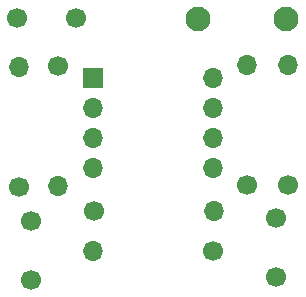
<source format=gbr>
%TF.GenerationSoftware,KiCad,Pcbnew,(5.1.6)-1*%
%TF.CreationDate,2022-09-30T16:18:59-07:00*%
%TF.ProjectId,Single VR Conditioner,53696e67-6c65-4205-9652-20436f6e6469,rev?*%
%TF.SameCoordinates,Original*%
%TF.FileFunction,Soldermask,Bot*%
%TF.FilePolarity,Negative*%
%FSLAX46Y46*%
G04 Gerber Fmt 4.6, Leading zero omitted, Abs format (unit mm)*
G04 Created by KiCad (PCBNEW (5.1.6)-1) date 2022-09-30 16:18:59*
%MOMM*%
%LPD*%
G01*
G04 APERTURE LIST*
%ADD10O,1.700000X1.700000*%
%ADD11R,1.700000X1.700000*%
%ADD12C,1.700000*%
%ADD13C,2.100000*%
G04 APERTURE END LIST*
D10*
%TO.C,U2*%
X144134840Y-85912960D03*
X133974840Y-93532960D03*
X144134840Y-88452960D03*
X133974840Y-90992960D03*
X144134840Y-90992960D03*
X133974840Y-88452960D03*
X144134840Y-93532960D03*
D11*
X133974840Y-85912960D03*
%TD*%
D12*
%TO.C,C1*%
X132579120Y-80853280D03*
X127579120Y-80853280D03*
%TD*%
%TO.C,C2*%
X128747520Y-98003360D03*
X128747520Y-103003360D03*
%TD*%
%TO.C,C3*%
X149504400Y-97800160D03*
X149504400Y-102800160D03*
%TD*%
D13*
%TO.C,C4*%
X150368000Y-80954880D03*
X142868000Y-80954880D03*
%TD*%
D10*
%TO.C,R1*%
X144236440Y-97195640D03*
D12*
X134076440Y-97195640D03*
%TD*%
%TO.C,R2*%
X131030980Y-84914740D03*
D10*
X131030980Y-95074740D03*
%TD*%
%TO.C,R3*%
X127680720Y-84937600D03*
D12*
X127680720Y-95097600D03*
%TD*%
%TO.C,R4*%
X147066000Y-94962980D03*
D10*
X147066000Y-84802980D03*
%TD*%
D12*
%TO.C,R5*%
X150469600Y-94960440D03*
D10*
X150469600Y-84800440D03*
%TD*%
%TO.C,R6*%
X134015480Y-100538280D03*
D12*
X144175480Y-100538280D03*
%TD*%
M02*

</source>
